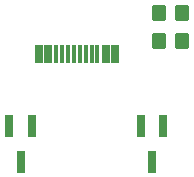
<source format=gtp>
G04 #@! TF.GenerationSoftware,KiCad,Pcbnew,6.0.7-f9a2dced07~116~ubuntu22.04.1*
G04 #@! TF.CreationDate,2022-09-05T17:56:12+01:00*
G04 #@! TF.ProjectId,keyboard,6b657962-6f61-4726-942e-6b696361645f,rev?*
G04 #@! TF.SameCoordinates,Original*
G04 #@! TF.FileFunction,Paste,Top*
G04 #@! TF.FilePolarity,Positive*
%FSLAX46Y46*%
G04 Gerber Fmt 4.6, Leading zero omitted, Abs format (unit mm)*
G04 Created by KiCad (PCBNEW 6.0.7-f9a2dced07~116~ubuntu22.04.1) date 2022-09-05 17:56:12*
%MOMM*%
%LPD*%
G01*
G04 APERTURE LIST*
G04 Aperture macros list*
%AMRoundRect*
0 Rectangle with rounded corners*
0 $1 Rounding radius*
0 $2 $3 $4 $5 $6 $7 $8 $9 X,Y pos of 4 corners*
0 Add a 4 corners polygon primitive as box body*
4,1,4,$2,$3,$4,$5,$6,$7,$8,$9,$2,$3,0*
0 Add four circle primitives for the rounded corners*
1,1,$1+$1,$2,$3*
1,1,$1+$1,$4,$5*
1,1,$1+$1,$6,$7*
1,1,$1+$1,$8,$9*
0 Add four rect primitives between the rounded corners*
20,1,$1+$1,$2,$3,$4,$5,0*
20,1,$1+$1,$4,$5,$6,$7,0*
20,1,$1+$1,$6,$7,$8,$9,0*
20,1,$1+$1,$8,$9,$2,$3,0*%
G04 Aperture macros list end*
%ADD10RoundRect,0.050000X0.300000X0.725000X-0.300000X0.725000X-0.300000X-0.725000X0.300000X-0.725000X0*%
%ADD11RoundRect,0.050000X0.150000X0.725000X-0.150000X0.725000X-0.150000X-0.725000X0.150000X-0.725000X0*%
%ADD12R,0.800000X1.900000*%
%ADD13RoundRect,0.250000X-0.350000X-0.450000X0.350000X-0.450000X0.350000X0.450000X-0.350000X0.450000X0*%
G04 APERTURE END LIST*
D10*
X54818750Y-121801250D03*
X54043750Y-121801250D03*
D11*
X53343750Y-121801250D03*
X52843750Y-121801250D03*
X52343750Y-121801250D03*
X51843750Y-121801250D03*
X51343750Y-121801250D03*
X50843750Y-121801250D03*
X50343750Y-121801250D03*
X49843750Y-121801250D03*
D10*
X49143750Y-121801250D03*
X48368750Y-121801250D03*
D12*
X58893750Y-127881250D03*
X56993750Y-127881250D03*
X57943750Y-130881250D03*
D13*
X58531250Y-118268750D03*
X60531250Y-118268750D03*
D12*
X47781250Y-127881250D03*
X45881250Y-127881250D03*
X46831250Y-130881250D03*
D13*
X58531250Y-120650000D03*
X60531250Y-120650000D03*
M02*

</source>
